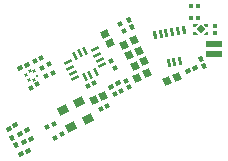
<source format=gtp>
G04*
G04 #@! TF.GenerationSoftware,Altium Limited,Altium Designer,19.0.15 (446)*
G04*
G04 Layer_Color=8421504*
%FSLAX42Y42*%
%MOMM*%
G71*
G01*
G75*
%ADD18R,1.47X0.60*%
%ADD19R,0.10X0.10*%
%ADD20P,0.68X4X180.0*%
G04:AMPARAMS|DCode=21|XSize=0.27mm|YSize=0.65mm|CornerRadius=0mm|HoleSize=0mm|Usage=FLASHONLY|Rotation=190.000|XOffset=0mm|YOffset=0mm|HoleType=Round|Shape=Rectangle|*
%AMROTATEDRECTD21*
4,1,4,0.08,0.34,0.19,-0.30,-0.08,-0.34,-0.19,0.30,0.08,0.34,0.0*
%
%ADD21ROTATEDRECTD21*%

G04:AMPARAMS|DCode=22|XSize=0.25mm|YSize=0.65mm|CornerRadius=0mm|HoleSize=0mm|Usage=FLASHONLY|Rotation=190.000|XOffset=0mm|YOffset=0mm|HoleType=Round|Shape=Rectangle|*
%AMROTATEDRECTD22*
4,1,4,0.07,0.34,0.18,-0.30,-0.07,-0.34,-0.18,0.30,0.07,0.34,0.0*
%
%ADD22ROTATEDRECTD22*%

G04:AMPARAMS|DCode=23|XSize=0.35mm|YSize=0.44mm|CornerRadius=0mm|HoleSize=0mm|Usage=FLASHONLY|Rotation=116.000|XOffset=0mm|YOffset=0mm|HoleType=Round|Shape=Rectangle|*
%AMROTATEDRECTD23*
4,1,4,0.27,-0.06,-0.12,-0.25,-0.27,0.06,0.12,0.25,0.27,-0.06,0.0*
%
%ADD23ROTATEDRECTD23*%

G04:AMPARAMS|DCode=24|XSize=0.64mm|YSize=0.6mm|CornerRadius=0mm|HoleSize=0mm|Usage=FLASHONLY|Rotation=116.000|XOffset=0mm|YOffset=0mm|HoleType=Round|Shape=Rectangle|*
%AMROTATEDRECTD24*
4,1,4,0.41,-0.16,-0.13,-0.42,-0.41,0.16,0.13,0.42,0.41,-0.16,0.0*
%
%ADD24ROTATEDRECTD24*%

G04:AMPARAMS|DCode=25|XSize=0.35mm|YSize=0.44mm|CornerRadius=0mm|HoleSize=0mm|Usage=FLASHONLY|Rotation=26.000|XOffset=0mm|YOffset=0mm|HoleType=Round|Shape=Rectangle|*
%AMROTATEDRECTD25*
4,1,4,-0.06,-0.27,-0.25,0.12,0.06,0.27,0.25,-0.12,-0.06,-0.27,0.0*
%
%ADD25ROTATEDRECTD25*%

%ADD26R,0.44X0.35*%
G04:AMPARAMS|DCode=27|XSize=0.35mm|YSize=0.4mm|CornerRadius=0mm|HoleSize=0mm|Usage=FLASHONLY|Rotation=116.000|XOffset=0mm|YOffset=0mm|HoleType=Round|Shape=Rectangle|*
%AMROTATEDRECTD27*
4,1,4,0.26,-0.07,-0.10,-0.24,-0.26,0.07,0.10,0.24,0.26,-0.07,0.0*
%
%ADD27ROTATEDRECTD27*%

G04:AMPARAMS|DCode=28|XSize=0.35mm|YSize=0.4mm|CornerRadius=0mm|HoleSize=0mm|Usage=FLASHONLY|Rotation=206.000|XOffset=0mm|YOffset=0mm|HoleType=Round|Shape=Rectangle|*
%AMROTATEDRECTD28*
4,1,4,0.07,0.26,0.24,-0.10,-0.07,-0.26,-0.24,0.10,0.07,0.26,0.0*
%
%ADD28ROTATEDRECTD28*%

%ADD29R,0.40X0.35*%
G04:AMPARAMS|DCode=30|XSize=0.64mm|YSize=0.6mm|CornerRadius=0mm|HoleSize=0mm|Usage=FLASHONLY|Rotation=26.000|XOffset=0mm|YOffset=0mm|HoleType=Round|Shape=Rectangle|*
%AMROTATEDRECTD30*
4,1,4,-0.16,-0.41,-0.42,0.13,0.16,0.41,0.42,-0.13,-0.16,-0.41,0.0*
%
%ADD30ROTATEDRECTD30*%

%ADD31P,0.28X4X251.0*%
%ADD32P,0.22X8X228.5*%
G04:AMPARAMS|DCode=33|XSize=0.68mm|YSize=0.25mm|CornerRadius=0mm|HoleSize=0mm|Usage=FLASHONLY|Rotation=26.000|XOffset=0mm|YOffset=0mm|HoleType=Round|Shape=Rectangle|*
%AMROTATEDRECTD33*
4,1,4,-0.25,-0.26,-0.36,-0.04,0.25,0.26,0.36,0.04,-0.25,-0.26,0.0*
%
%ADD33ROTATEDRECTD33*%

G04:AMPARAMS|DCode=34|XSize=0.68mm|YSize=0.25mm|CornerRadius=0mm|HoleSize=0mm|Usage=FLASHONLY|Rotation=296.000|XOffset=0mm|YOffset=0mm|HoleType=Round|Shape=Rectangle|*
%AMROTATEDRECTD34*
4,1,4,-0.26,0.25,-0.04,0.36,0.26,-0.25,0.04,-0.36,-0.26,0.25,0.0*
%
%ADD34ROTATEDRECTD34*%

%ADD35R,0.35X0.40*%
G04:AMPARAMS|DCode=36|XSize=0.65mm|YSize=0.85mm|CornerRadius=0mm|HoleSize=0mm|Usage=FLASHONLY|Rotation=116.000|XOffset=0mm|YOffset=0mm|HoleType=Round|Shape=Rectangle|*
%AMROTATEDRECTD36*
4,1,4,0.52,-0.11,-0.24,-0.48,-0.52,0.11,0.24,0.48,0.52,-0.11,0.0*
%
%ADD36ROTATEDRECTD36*%

G36*
X-210Y242D02*
Y235D01*
X-250D01*
Y260D01*
X-228D01*
X-210Y242D01*
D02*
G37*
G36*
Y318D02*
X-228Y300D01*
X-250D01*
Y325D01*
X-210D01*
Y318D01*
D02*
G37*
G36*
X-120Y235D02*
X-167D01*
X-142Y260D01*
X-120D01*
Y235D01*
D02*
G37*
G36*
Y300D02*
X-142D01*
X-160Y318D01*
Y325D01*
X-120D01*
Y300D01*
D02*
G37*
D18*
X-71Y72D02*
D03*
Y157D02*
D03*
D19*
X-238Y247D02*
D03*
Y312D02*
D03*
X-133D02*
D03*
Y247D02*
D03*
D20*
X-185Y280D02*
D03*
D21*
X-573Y230D02*
D03*
X-327Y273D02*
D03*
D22*
X-524Y238D02*
D03*
X-455Y-3D02*
D03*
X-474Y247D02*
D03*
X-406Y5D02*
D03*
X-425Y256D02*
D03*
X-357Y14D02*
D03*
X-376Y264D02*
D03*
D23*
X-292Y-72D02*
D03*
X-233Y-43D02*
D03*
X-887Y-177D02*
D03*
X-945Y-206D02*
D03*
X-1752Y-532D02*
D03*
X-1810Y-560D02*
D03*
X-1654Y-573D02*
D03*
X-1712Y-601D02*
D03*
X-1619Y-645D02*
D03*
X-1677Y-673D02*
D03*
X-1705Y-776D02*
D03*
X-1646Y-747D02*
D03*
X-1716Y-47D02*
D03*
X-1657Y-18D02*
D03*
D24*
X-465Y-159D02*
D03*
X-385Y-121D02*
D03*
X-720Y-129D02*
D03*
X-641Y-90D02*
D03*
X-1091Y-321D02*
D03*
X-1012Y-283D02*
D03*
X-831Y150D02*
D03*
X-752Y189D02*
D03*
X-787Y61D02*
D03*
X-708Y99D02*
D03*
X-743Y-29D02*
D03*
X-664Y9D02*
D03*
D25*
X-182Y30D02*
D03*
X-153Y-28D02*
D03*
X-766Y302D02*
D03*
X-794Y361D02*
D03*
X-1779Y-642D02*
D03*
X-1750Y-701D02*
D03*
D26*
X-267Y478D02*
D03*
X-203D02*
D03*
D27*
X-1622Y-213D02*
D03*
X-1566Y-185D02*
D03*
X-1471Y-16D02*
D03*
X-1526Y-44D02*
D03*
X-1436Y-88D02*
D03*
X-1491Y-115D02*
D03*
X-1533Y42D02*
D03*
X-1588Y15D02*
D03*
X-975Y-365D02*
D03*
X-1030Y-392D02*
D03*
X-857Y-241D02*
D03*
X-913Y-268D02*
D03*
X-1083Y-172D02*
D03*
X-1139Y-199D02*
D03*
X-1416Y-635D02*
D03*
X-1360Y-608D02*
D03*
X-1482Y-545D02*
D03*
X-1426Y-518D02*
D03*
D28*
X-912Y-46D02*
D03*
X-940Y10D02*
D03*
X-816Y-152D02*
D03*
X-789Y-208D02*
D03*
X-837Y270D02*
D03*
X-864Y325D02*
D03*
D29*
X-266Y378D02*
D03*
X-204Y378D02*
D03*
D30*
X-955Y163D02*
D03*
X-994Y242D02*
D03*
D31*
X-1598Y-145D02*
D03*
X-1641Y-149D02*
D03*
X-1663Y-104D02*
D03*
X-1633Y-73D02*
D03*
X-1591Y-69D02*
D03*
D32*
X-1569Y-114D02*
D03*
D33*
X-1309Y1D02*
D03*
X-1287Y-44D02*
D03*
X-1265Y-89D02*
D03*
X-1244Y-134D02*
D03*
X-1017Y-23D02*
D03*
X-1038Y22D02*
D03*
X-1060Y67D02*
D03*
X-1082Y112D02*
D03*
D34*
X-1163Y-124D02*
D03*
X-1119Y-102D02*
D03*
X-1074Y-80D02*
D03*
X-1162Y102D02*
D03*
X-1207Y80D02*
D03*
X-1252Y58D02*
D03*
D35*
X-62Y313D02*
D03*
X-62Y252D02*
D03*
D36*
X-1280Y-546D02*
D03*
X-1352Y-398D02*
D03*
X-1213Y-330D02*
D03*
X-1141Y-478D02*
D03*
M02*

</source>
